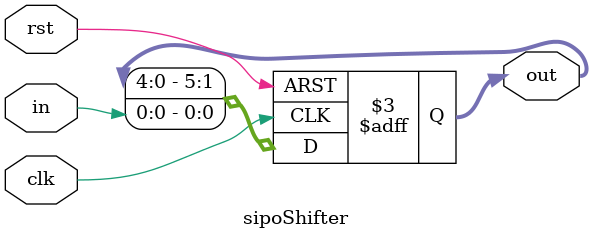
<source format=v>
module sipoShifter(clk, rst, in, out);
	input in, clk, rst;
	
	output reg [5:0]out;	
	
	always@(posedge rst or posedge clk)begin
		if(rst) out=6'b000001;
		else begin
			out<=out<<1;
			out[0]<=in;
		end
	end
	
endmodule
</source>
